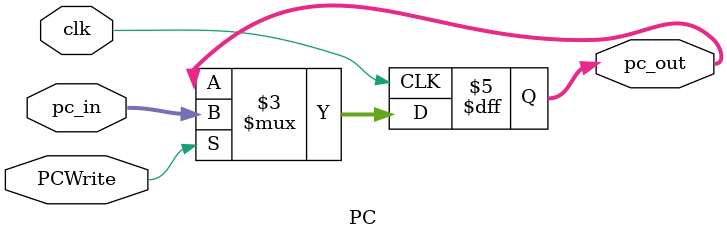
<source format=v>
`timescale 1ns / 1ps


module PC (
	input clk, PCWrite,
	input [31:0] pc_in,
	output reg [31:0] pc_out	
);

	initial begin
		pc_out = 32'b0;
	end

	always @(posedge clk) begin 
		if (PCWrite)  pc_out <= pc_in;
	end

endmodule
</source>
